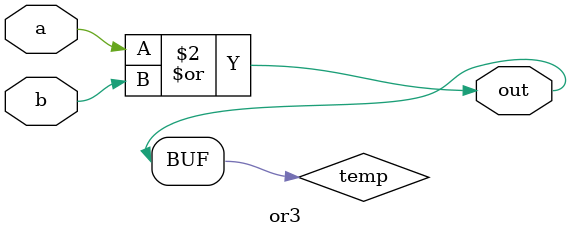
<source format=v>
module or3 (
  input a,
  input b,
  output out
);

    reg temp;
    always @(*) begin
        temp = a | b;
    end
    
    assign out = temp;
endmodule
</source>
